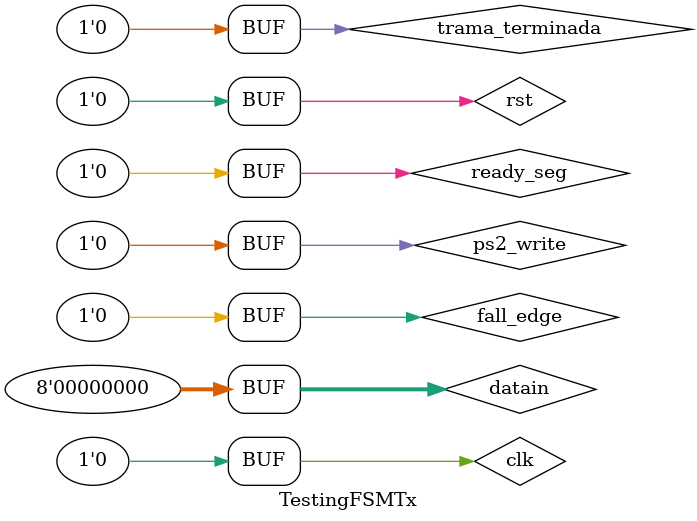
<source format=v>
`timescale 1ns / 1ps


module TestingFSMTx;

	// Inputs
	reg clk;
	reg rst;
	reg ps2_write;
	reg trama_terminada;
	reg fall_edge;
	reg ready_seg;
	reg [7:0] datain;

	// Outputs
	wire cont_enabits;
	wire cont_enasec;
	wire ps2_tx_idle;
	wire ps2_tx_done;

	// Bidirs
	wire ps2_d;
	wire ps2_c;

	// Instantiate the Unit Under Test (UUT)
	FSM_tx_ps2 uut (
		.clk(clk), 
		.rst(rst), 
		.ps2_d(ps2_d), 
		.ps2_c(ps2_c), 
		.ps2_write(ps2_write), 
		.trama_terminada(trama_terminada), 
		.fall_edge(fall_edge), 
		.ready_seg(ready_seg), 
		.cont_enabits(cont_enabits), 
		.cont_enasec(cont_enasec), 
		.datain(datain), 
		.ps2_tx_idle(ps2_tx_idle), 
		.ps2_tx_done(ps2_tx_done)
	);

	initial begin
		// Initialize Inputs
		clk = 0;
		rst = 0;
		ps2_write = 0;
		trama_terminada = 0;
		fall_edge = 0;
		ready_seg = 0;
		datain = 0;

		// Wait 100 ns for global reset to finish
		#100;
        
		// Add stimulus here

	end
      
endmodule


</source>
